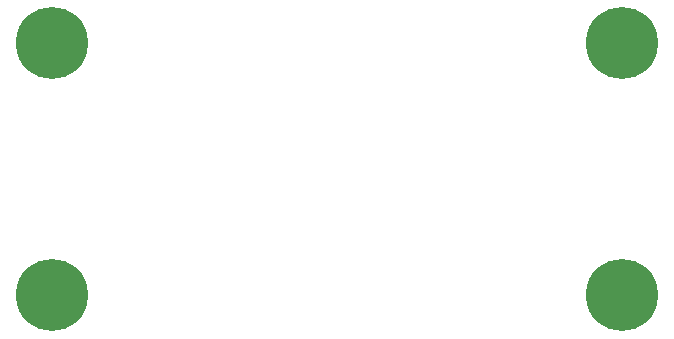
<source format=gbs>
G04*
G04 #@! TF.GenerationSoftware,Altium Limited,Altium Designer,20.0.2 (26)*
G04*
G04 Layer_Color=16711935*
%FSLAX25Y25*%
%MOIN*%
G70*
G01*
G75*
%ADD39C,0.24016*%
D39*
X209700Y34300D02*
D03*
Y118110D02*
D03*
X19685Y34300D02*
D03*
Y118110D02*
D03*
M02*

</source>
